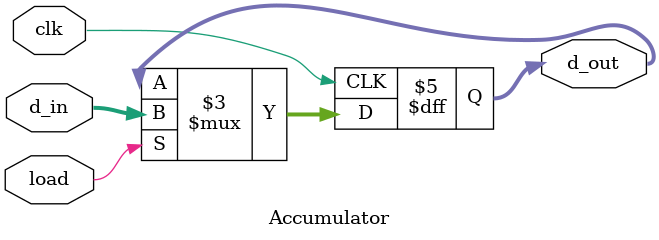
<source format=v>
`timescale 1ns / 1ps
module Accumulator(
input [7:0] d_in,
input load, clk,
output reg [7:0] d_out
);
always @(posedge clk)
if (load)
 d_out <= d_in;
initial
 d_out=8'h00;
endmodule

</source>
